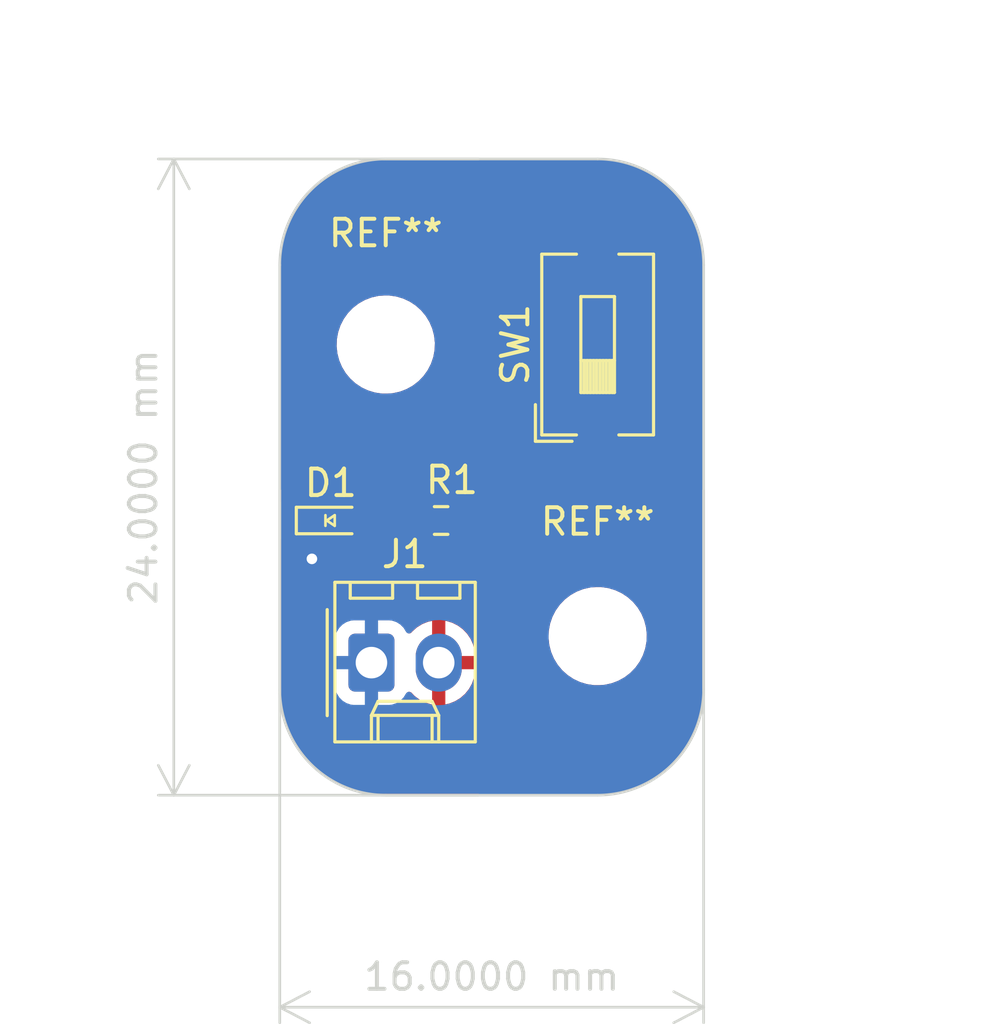
<source format=kicad_pcb>
(kicad_pcb (version 20221018) (generator pcbnew)
  (title_block (title "LED Project ") (date "2022-08-16") (rev "0.0") (company "Illini Solar Car") (comment 1 "Designed By: Anjali Thomas"))
  (layers (0 "F.Cu" signal) (31 "B.Cu" signal) (34 "B.Paste" user) (35 "F.Paste" user) (36 "B.SilkS" user "B.Silkscreen") (37 "F.SilkS" user "F.Silkscreen") (38 "B.Mask" user) (39 "F.Mask" user) (44 "Edge.Cuts" user))
  (net 0 "")
  (net 1 "GND")
  (net 2 "Net-(D1-A)")
  (net 3 "Net-(R1-Pad1)")
  (net 4 "+3V3")
  (footprint "Button_Switch_SMD:SW_DIP_SPSTx01_Slide_6.7x4.1mm_W8.61mm_P2.54mm_LowProfile" (layer "F.Cu") (at 37 18 90)
    (fp_text reference "SW1" (at 0 -3.11 90) (layer "F.SilkS"))
    (fp_text value "SW_Push")
    (fp_line (start -3.65 -2.35) (end -3.65 -0.967) (stroke (width 0.12)) (layer "F.SilkS"))
    (fp_line (start -3.65 -2.35) (end -2.267 -2.35) (stroke (width 0.12)) (layer "F.SilkS"))
    (fp_line (start -3.41 -2.11) (end -3.41 -0.8) (stroke (width 0.12)) (layer "F.SilkS"))
    (fp_line (start -3.41 -2.11) (end 3.41 -2.11) (stroke (width 0.12)) (layer "F.SilkS"))
    (fp_line (start -3.41 0.8) (end -3.41 2.11) (stroke (width 0.12)) (layer "F.SilkS"))
    (fp_line (start -3.41 2.11) (end 3.41 2.11) (stroke (width 0.12)) (layer "F.SilkS"))
    (fp_line (start -1.81 -0.635) (end -1.81 0.635) (stroke (width 0.12)) (layer "F.SilkS"))
    (fp_line (start -1.81 -0.515) (end -0.603333 -0.515) (stroke (width 0.12)) (layer "F.SilkS"))
    (fp_line (start -1.81 -0.395) (end -0.603333 -0.395) (stroke (width 0.12)) (layer "F.SilkS"))
    (fp_line (start -1.81 -0.275) (end -0.603333 -0.275) (stroke (width 0.12)) (layer "F.SilkS"))
    (fp_line (start -1.81 -0.155) (end -0.603333 -0.155) (stroke (width 0.12)) (layer "F.SilkS"))
    (fp_line (start -1.81 -0.035) (end -0.603333 -0.035) (stroke (width 0.12)) (layer "F.SilkS"))
    (fp_line (start -1.81 0.085) (end -0.603333 0.085) (stroke (width 0.12)) (layer "F.SilkS"))
    (fp_line (start -1.81 0.205) (end -0.603333 0.205) (stroke (width 0.12)) (layer "F.SilkS"))
    (fp_line (start -1.81 0.325) (end -0.603333 0.325) (stroke (width 0.12)) (layer "F.SilkS"))
    (fp_line (start -1.81 0.445) (end -0.603333 0.445) (stroke (width 0.12)) (layer "F.SilkS"))
    (fp_line (start -1.81 0.565) (end -0.603333 0.565) (stroke (width 0.12)) (layer "F.SilkS"))
    (fp_line (start -1.81 0.635) (end 1.81 0.635) (stroke (width 0.12)) (layer "F.SilkS"))
    (fp_line (start -0.603333 -0.635) (end -0.603333 0.635) (stroke (width 0.12)) (layer "F.SilkS"))
    (fp_line (start 1.81 -0.635) (end -1.81 -0.635) (stroke (width 0.12)) (layer "F.SilkS"))
    (fp_line (start 1.81 0.635) (end 1.81 -0.635) (stroke (width 0.12)) (layer "F.SilkS"))
    (fp_line (start 3.41 -2.11) (end 3.41 -0.8) (stroke (width 0.12)) (layer "F.SilkS"))
    (fp_line (start 3.41 0.8) (end 3.41 2.11) (stroke (width 0.12)) (layer "F.SilkS"))
    (pad "1" smd rect (at -4.305 0 90) (size 2.44 1.12) (layers "F.Cu" "F.Paste" "F.Mask") (net 4 "+3V3"))
    (pad "2" smd rect (at 4.305 0 90) (size 2.44 1.12) (layers "F.Cu" "F.Paste" "F.Mask") (net 3 "Net-(R1-Pad1)"))
  )
  (footprint "Resistor_SMD:R_0603_1608Metric_Pad0.98x0.95mm_HandSolder" (layer "F.Cu") (at 31.0915 24.638 180)
    (fp_text reference "R1" (at -0.4045 1.524) (layer "F.SilkS"))
    (fp_text value "105")
    (fp_line (start -0.254724 -0.5225) (end 0.254724 -0.5225) (stroke (width 0.12)) (layer "F.SilkS"))
    (fp_line (start -0.254724 0.5225) (end 0.254724 0.5225) (stroke (width 0.12)) (layer "F.SilkS"))
    (pad "1" smd roundrect (at -0.9125 0 180) (size 0.975 0.95) (layers "F.Cu" "F.Paste" "F.Mask") (net 3 "Net-(R1-Pad1)"))
    (pad "2" smd roundrect (at 0.9125 0 180) (size 0.975 0.95) (layers "F.Cu" "F.Paste" "F.Mask") (net 2 "Net-(D1-A)"))
  )
  (footprint "MountingHole:MountingHole_3.2mm_M3" (layer "F.Cu") (at 29 18)
    (fp_text reference "REF**" (at 0 -4.2) (layer "F.SilkS"))
    (fp_text value "MountingHole_3.2mm_M3")
    (pad "" np_thru_hole circle (at 0 0) (size 3.2 3.2) (drill 3.2) (layers "*.Cu" "*.Mask"))
  )
  (footprint "layout:LED_0603_Symbol_on_F.SilkS" (layer "F.Cu") (at 26.924 24.638)
    (fp_text reference "D1" (at 0 -1.415) (layer "F.SilkS"))
    (fp_text value "LED_RED")
    (fp_line (start -1.3 -0.5) (end -1.3 0.5) (stroke (width 0.12)) (layer "F.SilkS"))
    (fp_line (start -1.3 -0.5) (end 0.8 -0.5) (stroke (width 0.12)) (layer "F.SilkS"))
    (fp_line (start -1.3 0.5) (end 0.8 0.5) (stroke (width 0.12)) (layer "F.SilkS"))
    (fp_line (start -0.2 -0.2) (end -0.2 0.2) (stroke (width 0.1)) (layer "F.SilkS"))
    (fp_line (start -0.15 0) (end 0.15 -0.2) (stroke (width 0.1)) (layer "F.SilkS"))
    (fp_line (start 0.15 -0.2) (end 0.15 0.2) (stroke (width 0.1)) (layer "F.SilkS"))
    (fp_line (start 0.15 0.2) (end -0.15 0) (stroke (width 0.1)) (layer "F.SilkS"))
    (pad "1" smd rect (at -0.8 0 180) (size 0.8 0.8) (layers "F.Cu" "F.Paste" "F.Mask") (net 1 "GND"))
    (pad "2" smd rect (at 0.8 0 180) (size 0.8 0.8) (layers "F.Cu" "F.Paste" "F.Mask") (net 2 "Net-(D1-A)"))
  )
  (footprint "Connector_Molex:Molex_KK-254_AE-6410-02A_1x02_P2.54mm_Vertical" (layer "F.Cu") (at 28.46 30)
    (fp_text reference "J1" (at 1.258 -4.092) (layer "F.SilkS"))
    (fp_text value "Conn_01x02")
    (fp_line (start -1.67 -2) (end -1.67 2) (stroke (width 0.12)) (layer "F.SilkS"))
    (fp_line (start -1.38 -3.03) (end -1.38 2.99) (stroke (width 0.12)) (layer "F.SilkS"))
    (fp_line (start -1.38 2.99) (end 3.92 2.99) (stroke (width 0.12)) (layer "F.SilkS"))
    (fp_line (start -0.8 -3.03) (end -0.8 -2.43) (stroke (width 0.12)) (layer "F.SilkS"))
    (fp_line (start -0.8 -2.43) (end 0.8 -2.43) (stroke (width 0.12)) (layer "F.SilkS"))
    (fp_line (start 0 1.99) (end 0.25 1.46) (stroke (width 0.12)) (layer "F.SilkS"))
    (fp_line (start 0 1.99) (end 2.54 1.99) (stroke (width 0.12)) (layer "F.SilkS"))
    (fp_line (start 0 2.99) (end 0 1.99) (stroke (width 0.12)) (layer "F.SilkS"))
    (fp_line (start 0.25 1.46) (end 2.29 1.46) (stroke (width 0.12)) (layer "F.SilkS"))
    (fp_line (start 0.25 2.99) (end 0.25 1.99) (stroke (width 0.12)) (layer "F.SilkS"))
    (fp_line (start 0.8 -2.43) (end 0.8 -3.03) (stroke (width 0.12)) (layer "F.SilkS"))
    (fp_line (start 1.74 -3.03) (end 1.74 -2.43) (stroke (width 0.12)) (layer "F.SilkS"))
    (fp_line (start 1.74 -2.43) (end 3.34 -2.43) (stroke (width 0.12)) (layer "F.SilkS"))
    (fp_line (start 2.29 1.46) (end 2.54 1.99) (stroke (width 0.12)) (layer "F.SilkS"))
    (fp_line (start 2.29 2.99) (end 2.29 1.99) (stroke (width 0.12)) (layer "F.SilkS"))
    (fp_line (start 2.54 1.99) (end 2.54 2.99) (stroke (width 0.12)) (layer "F.SilkS"))
    (fp_line (start 3.34 -2.43) (end 3.34 -3.03) (stroke (width 0.12)) (layer "F.SilkS"))
    (fp_line (start 3.92 -3.03) (end -1.38 -3.03) (stroke (width 0.12)) (layer "F.SilkS"))
    (fp_line (start 3.92 2.99) (end 3.92 -3.03) (stroke (width 0.12)) (layer "F.SilkS"))
    (pad "1" thru_hole roundrect (at 0 0) (size 1.74 2.19) (drill 1.19) (layers "*.Cu" "*.Mask") (roundrect_rratio 0.143678) (net 1 "GND"))
    (pad "2" thru_hole oval (at 2.54 0) (size 1.74 2.19) (drill 1.19) (layers "*.Cu" "*.Mask") (net 4 "+3V3"))
  )
  (footprint "MountingHole:MountingHole_3.2mm_M3" (layer "F.Cu") (at 37 29)
    (fp_text reference "REF**" (at 0 -4.318) (layer "F.SilkS"))
    (fp_text value "MountingHole_3.2mm_M3")
    (pad "" np_thru_hole circle (at 0 0) (size 3.2 3.2) (drill 3.2) (layers "*.Cu" "*.Mask"))
  )
  (gr_arc (start 37 11) (mid 39.828427 12.171573) (end 41 15) (stroke (width 0.1)) (layer "Edge.Cuts"))
  (gr_line (start 25 31) (end 25 15) (stroke (width 0.1)) (layer "Edge.Cuts"))
  (gr_arc (start 41 31) (mid 39.828427 33.828427) (end 37 35) (stroke (width 0.1)) (layer "Edge.Cuts"))
  (gr_line (start 41 15) (end 41 31) (stroke (width 0.1)) (layer "Edge.Cuts"))
  (gr_arc (start 25 15) (mid 26.171573 12.171573) (end 29 11) (stroke (width 0.1)) (layer "Edge.Cuts"))
  (gr_arc (start 29 35) (mid 26.171573 33.828427) (end 25 31) (stroke (width 0.1)) (layer "Edge.Cuts"))
  (gr_line (start 37 35) (end 29 35) (stroke (width 0.1)) (layer "Edge.Cuts"))
  (gr_line (start 29 11) (end 37 11) (stroke (width 0.1)) (layer "Edge.Cuts"))
  (dimension (type aligned) (layer "Edge.Cuts") (pts (xy 41 23) (xy 25 23)) (height -20) (gr_text "16.0000 mm" (at 33 41.85) (layer "Edge.Cuts") (effects (font (size 1 1) (thickness 0.15)))) (format (prefix "") (suffix "") (units 3) (units_format 1) (precision 4)) (style (thickness 0.1) (arrow_length 1.27) (text_position_mode 0) (extension_height 0.58642) (extension_offset 0.5) keep_text_aligned))
  (dimension (type aligned) (layer "Edge.Cuts") (pts (xy 33 11) (xy 33 35)) (height 12) (gr_text "24.0000 mm" (at 19.85 23 90) (layer "Edge.Cuts") (effects (font (size 1 1) (thickness 0.15)))) (format (prefix "") (suffix "") (units 3) (units_format 1) (precision 4)) (style (thickness 0.1) (arrow_length 1.27) (text_position_mode 0) (extension_height 0.58642) (extension_offset 0.5) keep_text_aligned))
  (segment (start 26.124 25.997) (end 26.2128 26.0858) (width 0.25) (layer "F.Cu") (net 1))
  (segment (start 26.124 24.638) (end 26.124 25.997) (width 0.25) (layer "F.Cu") (net 1))
  (via (at 26.2128 26.0858) (size 0.8) (drill 0.4) (layers "F.Cu" "B.Cu") (net 1))
  (segment (start 27.724 24.638) (end 30.179 24.638) (width 0.25) (layer "F.Cu") (net 2))
  (segment (start 31.9786 23.2156) (end 31.9786 24.6126) (width 0.25) (layer "F.Cu") (net 3))
  (segment (start 32.1818 23.2156) (end 31.9786 23.2156) (width 0.25) (layer "F.Cu") (net 3))
  (segment (start 32.893 22.5044) (end 32.1818 23.2156) (width 0.25) (layer "F.Cu") (net 3))
  (segment (start 37 13.695) (end 33.1944 17.5006) (width 0.25) (layer "F.Cu") (net 3))
  (segment (start 32.893 17.5006) (end 32.893 22.5044) (width 0.25) (layer "F.Cu") (net 3))
  (segment (start 33.1944 17.5006) (end 32.893 17.5006) (width 0.25) (layer "F.Cu") (net 3))
  (segment (start 31.9786 24.6126) (end 32.004 24.638) (width 0.25) (layer "F.Cu") (net 3))
  (zone (net 4) (net_name "+3V3") (layer "F.Cu") (connect_pads (clearance 0.508)) (min_thickness 0.25) (fill yes (thermal_gap 0.5) (thermal_bridge_width 0.5))
    (polygon (pts (xy 25 11) (xy 41 11) (xy 41 35) (xy 25 35)))
  )
  (zone (net 1) (net_name "GND") (layer "B.Cu") (priority 1) (connect_pads (clearance 0.508)) (min_thickness 0.25) (fill yes (thermal_gap 0.5) (thermal_bridge_width 0.5))
    (polygon (pts (xy 25 11) (xy 41 11) (xy 41 35) (xy 25 35)))
  )
)
</source>
